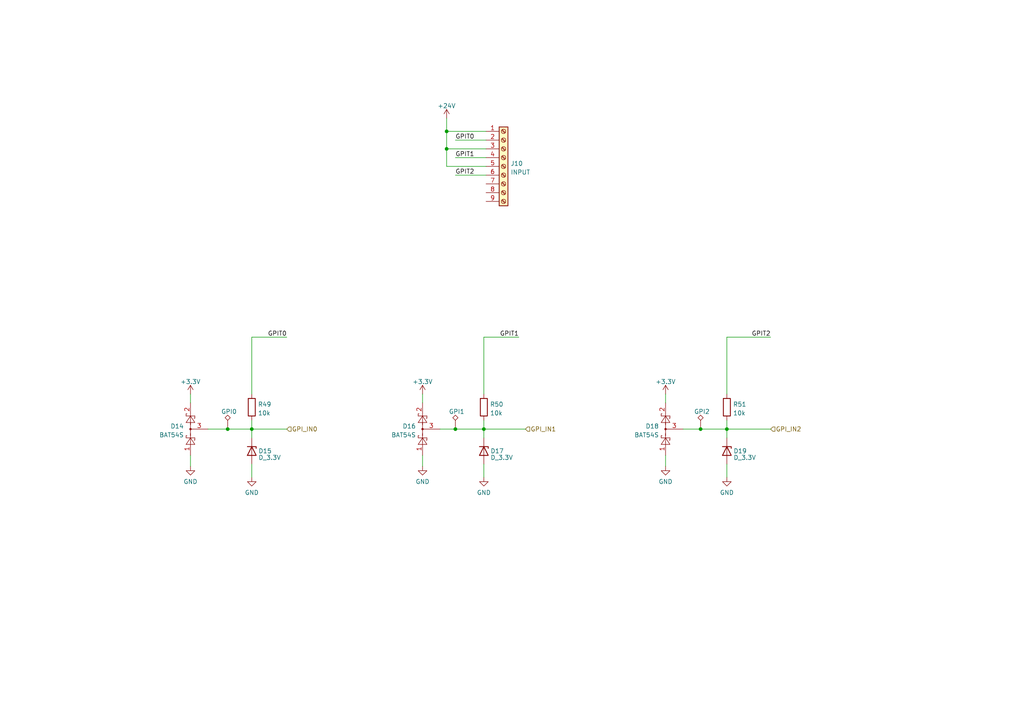
<source format=kicad_sch>
(kicad_sch (version 20211123) (generator eeschema)
  (paper "A4")
  (title_block (title "FloatPUMP Schematics") (date "2022-11-11") (rev "1.0") (company "robtor.de") (comment 1 "Controller board for up to 3 water pumps") (comment 2 "measuring capabilities with piezoresistive pressure sensors") (comment 3 "sensor input Range 4mA-20mA"))
  (lib_symbols
    (symbol "Connector:Screw_Terminal_01x09" (pin_names (offset 1.016) hide)
      (property "Reference" "J" (at 0 12.7 0))
      (property "Value" "Screw_Terminal_01x09" (at 0 -12.7 0))
      (symbol "Screw_Terminal_01x09_1_1"
        (rectangle (start -1.27 11.43) (end 1.27 -11.43) (stroke (width 0.254)) (fill (type background)))
        (circle (center 0 -10.16) (radius 0.635) (stroke (width 0.1524)))
        (circle (center 0 -7.62) (radius 0.635) (stroke (width 0.1524)))
        (circle (center 0 -5.08) (radius 0.635) (stroke (width 0.1524)))
        (circle (center 0 -2.54) (radius 0.635) (stroke (width 0.1524)))
        (polyline (pts (xy -0.5334 -9.8298) (xy 0.3302 -10.668)) (stroke (width 0.1524)))
        (polyline (pts (xy -0.5334 -7.2898) (xy 0.3302 -8.128)) (stroke (width 0.1524)))
        (polyline (pts (xy -0.5334 -4.7498) (xy 0.3302 -5.588)) (stroke (width 0.1524)))
        (polyline (pts (xy -0.5334 -2.2098) (xy 0.3302 -3.048)) (stroke (width 0.1524)))
        (polyline (pts (xy -0.5334 0.3302) (xy 0.3302 -0.508)) (stroke (width 0.1524)))
        (polyline (pts (xy -0.5334 2.8702) (xy 0.3302 2.032)) (stroke (width 0.1524)))
        (polyline (pts (xy -0.5334 5.4102) (xy 0.3302 4.572)) (stroke (width 0.1524)))
        (polyline (pts (xy -0.5334 7.9502) (xy 0.3302 7.112)) (stroke (width 0.1524)))
        (polyline (pts (xy -0.5334 10.4902) (xy 0.3302 9.652)) (stroke (width 0.1524)))
        (polyline (pts (xy -0.3556 -9.652) (xy 0.508 -10.4902)) (stroke (width 0.1524)))
        (polyline (pts (xy -0.3556 -7.112) (xy 0.508 -7.9502)) (stroke (width 0.1524)))
        (polyline (pts (xy -0.3556 -4.572) (xy 0.508 -5.4102)) (stroke (width 0.1524)))
        (polyline (pts (xy -0.3556 -2.032) (xy 0.508 -2.8702)) (stroke (width 0.1524)))
        (polyline (pts (xy -0.3556 0.508) (xy 0.508 -0.3302)) (stroke (width 0.1524)))
        (polyline (pts (xy -0.3556 3.048) (xy 0.508 2.2098)) (stroke (width 0.1524)))
        (polyline (pts (xy -0.3556 5.588) (xy 0.508 4.7498)) (stroke (width 0.1524)))
        (polyline (pts (xy -0.3556 8.128) (xy 0.508 7.2898)) (stroke (width 0.1524)))
        (polyline (pts (xy -0.3556 10.668) (xy 0.508 9.8298)) (stroke (width 0.1524)))
        (circle (center 0 0) (radius 0.635) (stroke (width 0.1524)))
        (circle (center 0 2.54) (radius 0.635) (stroke (width 0.1524)))
        (circle (center 0 5.08) (radius 0.635) (stroke (width 0.1524)))
        (circle (center 0 7.62) (radius 0.635) (stroke (width 0.1524)))
        (circle (center 0 10.16) (radius 0.635) (stroke (width 0.1524)))
        (pin passive line (at -5.08 10.16 0) (length 3.81) (name "Pin_1") (number "1"))
        (pin passive line (at -5.08 7.62 0) (length 3.81) (name "Pin_2") (number "2"))
        (pin passive line (at -5.08 5.08 0) (length 3.81) (name "Pin_3") (number "3"))
        (pin passive line (at -5.08 2.54 0) (length 3.81) (name "Pin_4") (number "4"))
        (pin passive line (at -5.08 0 0) (length 3.81) (name "Pin_5") (number "5"))
        (pin passive line (at -5.08 -2.54 0) (length 3.81) (name "Pin_6") (number "6"))
        (pin passive line (at -5.08 -5.08 0) (length 3.81) (name "Pin_7") (number "7"))
        (pin passive line (at -5.08 -7.62 0) (length 3.81) (name "Pin_8") (number "8"))
        (pin passive line (at -5.08 -10.16 0) (length 3.81) (name "Pin_9") (number "9"))
      )
    )
    (symbol "Connector:TestPoint_Alt" (pin_numbers hide) (pin_names (offset 0.762) hide)
      (property "Reference" "TP" (at 0 6.858 0))
      (property "Value" "TestPoint_Alt" (at 0 5.08 0))
      (symbol "TestPoint_Alt_0_1"
        (polyline (pts (xy 0 2.54) (xy -0.762 3.302) (xy 0 4.064) (xy 0.762 3.302) (xy 0 2.54)))
      )
      (symbol "TestPoint_Alt_1_1"
        (pin passive line (at 0 0 90) (length 2.54) (name "1") (number "1"))
      )
    )
    (symbol "D_Zener_1" (pin_numbers hide) (pin_names (offset 1.016) hide)
      (property "Reference" "D?" (at 2.032 0.8347 90))
      (property "Value" "D_Zener_1" (at 2.032 -1.7022 90))
      (symbol "D_Zener_1_0_1"
        (polyline (pts (xy 1.27 0) (xy -1.27 0)))
        (polyline (pts (xy -1.27 -1.27) (xy -1.27 1.27) (xy -0.762 1.27)) (stroke (width 0.254)))
        (polyline (pts (xy 1.27 -1.27) (xy 1.27 1.27) (xy -1.27 0) (xy 1.27 -1.27)) (stroke (width 0.254)))
      )
      (symbol "D_Zener_1_1_1"
        (pin passive line (at 3.81 0 180) (length 2.54) (name "A") (number "1"))
        (pin passive line (at -3.81 0 0) (length 2.54) (name "K") (number "3"))
      )
    )
    (symbol "Device:R" (pin_numbers hide) (pin_names (offset 0))
      (property "Reference" "R" (at 2.032 0 90))
      (property "Value" "R" (at 0 0 90))
      (symbol "R_0_1"
        (rectangle (start -1.016 -2.54) (end 1.016 2.54) (stroke (width 0.254)))
      )
      (symbol "R_1_1"
        (pin passive line (at 0 3.81 270) (length 1.27) (name "~") (number "1"))
        (pin passive line (at 0 -3.81 90) (length 1.27) (name "~") (number "2"))
      )
    )
    (symbol "Diode:BAT54S" (pin_names (offset 1.016))
      (property "Reference" "D" (at 0.635 -3.81 0))
      (property "Value" "BAT54S" (at -6.35 3.175 0))
      (symbol "BAT54S_0_1"
        (polyline (pts (xy -3.81 0) (xy -1.27 0)))
        (polyline (pts (xy -3.175 -1.27) (xy -3.175 -1.016)))
        (polyline (pts (xy -2.54 -1.27) (xy -3.175 -1.27)))
        (polyline (pts (xy -2.54 -1.27) (xy -2.54 1.27)))
        (polyline (pts (xy -2.54 1.27) (xy -1.905 1.27)))
        (polyline (pts (xy -1.905 0) (xy 1.905 0)))
        (polyline (pts (xy -1.905 1.27) (xy -1.905 1.016)))
        (polyline (pts (xy 1.27 0) (xy 3.81 0)))
        (polyline (pts (xy 3.175 -1.27) (xy 3.175 -1.016)))
        (polyline (pts (xy 3.81 -1.27) (xy 3.175 -1.27)))
        (polyline (pts (xy 3.81 -1.27) (xy 3.81 1.27)))
        (polyline (pts (xy 3.81 1.27) (xy 4.445 1.27)))
        (polyline (pts (xy 4.445 1.27) (xy 4.445 1.016)))
        (polyline (pts (xy -4.445 1.27) (xy -4.445 -1.27) (xy -2.54 0) (xy -4.445 1.27)))
        (polyline (pts (xy 1.905 1.27) (xy 1.905 -1.27) (xy 3.81 0) (xy 1.905 1.27)))
        (circle (center 0 0) (radius 0.254) (fill (type outline)))
      )
      (symbol "BAT54S_1_1"
        (pin passive line (at -7.62 0 0) (length 3.81) (name "~") (number "1"))
        (pin passive line (at 7.62 0 180) (length 3.81) (name "~") (number "2"))
        (pin passive line (at 0 -5.08 90) (length 5.08) (name "~") (number "3"))
      )
    )
    (symbol "power:+24V" (power) (pin_names (offset 0))
      (property "Value" "+24V" (at 0 3.556 0))
      (symbol "+24V_0_1"
        (polyline (pts (xy -0.762 1.27) (xy 0 2.54)))
        (polyline (pts (xy 0 0) (xy 0 2.54)))
        (polyline (pts (xy 0 2.54) (xy 0.762 1.27)))
      )
      (symbol "+24V_1_1"
        (pin power_in line (at 0 0 90) (length 0) hide (name "+24V") (number "1"))
      )
    )
    (symbol "power:+3.3V" (power) (pin_names (offset 0))
      (property "Value" "+3.3V" (at 0 3.556 0))
      (symbol "+3.3V_0_1"
        (polyline (pts (xy -0.762 1.27) (xy 0 2.54)))
        (polyline (pts (xy 0 0) (xy 0 2.54)))
        (polyline (pts (xy 0 2.54) (xy 0.762 1.27)))
      )
      (symbol "+3.3V_1_1"
        (pin power_in line (at 0 0 90) (length 0) hide (name "+3.3V") (number "1"))
      )
    )
    (symbol "power:GND" (power) (pin_names (offset 0))
      (property "Value" "GND" (at 0 -3.81 0))
      (symbol "GND_0_1"
        (polyline (pts (xy 0 0) (xy 0 -1.27) (xy 1.27 -1.27) (xy 0 -2.54) (xy -1.27 -1.27) (xy 0 -1.27)))
      )
      (symbol "GND_1_1"
        (pin power_in line (at 0 0 270) (length 0) hide (name "GND") (number "1"))
      )
    )
  )
  (junction (at 203.2 124.46))
  (junction (at 66.04 124.46))
  (junction (at 73.025 124.46))
  (junction (at 129.54 38.1))
  (junction (at 132.08 124.46))
  (junction (at 210.82 124.46))
  (junction (at 129.54 43.18))
  (junction (at 140.335 124.46))
  (wire (pts (xy 140.97 48.26) (xy 129.54 48.26)))
  (wire (pts (xy 140.335 134.62) (xy 140.335 138.43)))
  (wire (pts (xy 210.82 114.3) (xy 210.82 97.79)))
  (wire (pts (xy 66.04 124.46) (xy 73.025 124.46)))
  (wire (pts (xy 129.54 38.1) (xy 129.54 43.18)))
  (wire (pts (xy 198.12 124.46) (xy 203.2 124.46)))
  (wire (pts (xy 132.08 50.8) (xy 140.97 50.8)))
  (wire (pts (xy 73.025 121.92) (xy 73.025 124.46)))
  (wire (pts (xy 140.335 121.92) (xy 140.335 124.46)))
  (wire (pts (xy 73.025 124.46) (xy 73.025 127)))
  (wire (pts (xy 122.555 114.3) (xy 122.555 116.84)))
  (wire (pts (xy 73.025 124.46) (xy 83.185 124.46)))
  (wire (pts (xy 73.025 114.3) (xy 73.025 97.79)))
  (wire (pts (xy 210.82 124.46) (xy 210.82 127)))
  (wire (pts (xy 129.54 43.18) (xy 140.97 43.18)))
  (wire (pts (xy 129.54 43.18) (xy 129.54 48.26)))
  (wire (pts (xy 210.82 124.46) (xy 223.52 124.46)))
  (wire (pts (xy 132.08 40.64) (xy 140.97 40.64)))
  (wire (pts (xy 55.245 114.3) (xy 55.245 116.84)))
  (wire (pts (xy 55.245 132.08) (xy 55.245 135.255)))
  (wire (pts (xy 210.82 121.92) (xy 210.82 124.46)))
  (wire (pts (xy 127.635 124.46) (xy 132.08 124.46)))
  (wire (pts (xy 140.97 38.1) (xy 129.54 38.1)))
  (wire (pts (xy 73.025 134.62) (xy 73.025 138.43)))
  (wire (pts (xy 60.325 124.46) (xy 66.04 124.46)))
  (wire (pts (xy 73.025 97.79) (xy 83.185 97.79)))
  (wire (pts (xy 210.82 97.79) (xy 223.52 97.79)))
  (wire (pts (xy 140.335 97.79) (xy 150.495 97.79)))
  (wire (pts (xy 129.54 34.29) (xy 129.54 38.1)))
  (wire (pts (xy 193.04 114.3) (xy 193.04 116.84)))
  (wire (pts (xy 203.2 124.46) (xy 210.82 124.46)))
  (wire (pts (xy 140.335 97.79) (xy 140.335 114.3)))
  (wire (pts (xy 132.08 45.72) (xy 140.97 45.72)))
  (wire (pts (xy 122.555 132.08) (xy 122.555 135.255)))
  (wire (pts (xy 140.335 124.46) (xy 152.4 124.46)))
  (wire (pts (xy 140.335 124.46) (xy 140.335 127)))
  (wire (pts (xy 132.08 124.46) (xy 140.335 124.46)))
  (wire (pts (xy 193.04 132.08) (xy 193.04 135.255)))
  (wire (pts (xy 210.82 134.62) (xy 210.82 138.43)))
  (label "GPIT1" (at 150.495 97.79 180))
  (label "GPIT1" (at 132.08 45.72 0))
  (label "GPIT0" (at 83.185 97.79 180))
  (label "GPIT0" (at 132.08 40.64 0))
  (label "GPIT2" (at 132.08 50.8 0))
  (label "GPIT2" (at 223.52 97.79 180))
  (hierarchical_label "GPI_IN0" (shape input) (at 83.185 124.46 0))
  (hierarchical_label "GPI_IN2" (shape input) (at 223.52 124.46 0))
  (hierarchical_label "GPI_IN1" (shape input) (at 152.4 124.46 0))
  (symbol (lib_id "power:+24V") (at 129.54 34.29 0) (unit 1)
    (property "Reference" "#PWR075" (effects hide))
    (property "Value" "+24V" (at 129.54 30.7142 0))
  )
  (symbol (lib_id "power:GND") (at 73.025 138.43 0) (unit 1)
    (property "Reference" "#PWR072" (effects hide))
    (property "Value" "GND" (at 73.025 142.8734 0))
  )
  (symbol (lib_name "D_Zener_1") (lib_id "Device:D_Zener") (at 210.82 130.81 270) (unit 1)
    (property "Reference" "D19" (at 212.725 130.81 90) (effects (justify left)))
    (property "Value" "D_3.3V" (at 212.725 132.715 90) (effects (justify left)))
    (property "Footprint" "Package_TO_SOT_SMD:SOT-23" (effects hide))
    (property "Datasheet" "https://datasheet.lcsc.com/lcsc/1809191825_LRC-LBZX84C3V3LT1G_C12745.pdf" (effects hide))
  )
  (symbol (lib_name "D_Zener_1") (lib_id "Device:D_Zener") (at 73.025 130.81 270) (unit 1)
    (property "Reference" "D15" (at 74.93 130.81 90) (effects (justify left)))
    (property "Value" "D_3.3V" (at 74.93 132.715 90) (effects (justify left)))
    (property "Footprint" "Package_TO_SOT_SMD:SOT-23" (effects hide))
    (property "Datasheet" "https://datasheet.lcsc.com/lcsc/1809191825_LRC-LBZX84C3V3LT1G_C12745.pdf" (effects hide))
  )
  (symbol (lib_id "Connector:TestPoint_Alt") (at 203.2 124.46 0) (unit 1)
    (property "Reference" "TP21" (effects hide))
    (property "Value" "GPI2" (at 201.295 119.38 0) (effects (justify left)))
    (property "Footprint" "TestPoint:TestPoint_Pad_D1.0mm" (effects hide))
  )
  (symbol (lib_id "Device:R") (at 210.82 118.11 0) (unit 1)
    (property "Reference" "R51" (at 212.598 117.2753 0) (effects (justify left)))
    (property "Value" "10k" (at 212.598 119.8122 0) (effects (justify left)))
    (property "Footprint" "Resistor_SMD:R_0603_1608Metric" (effects hide))
    (property "JLCPCB" "C238881" (effects hide))
  )
  (symbol (lib_id "Diode:BAT54S") (at 193.04 124.46 90) (unit 1)
    (property "Reference" "D18" (at 191.135 123.6253 90) (effects (justify left)))
    (property "Value" "BAT54S" (at 191.135 126.1622 90) (effects (justify left)))
    (property "Footprint" "Package_TO_SOT_SMD:SOT-23" (effects hide))
    (property "Datasheet" "https://www.diodes.com/assets/Datasheets/ds11005.pdf" (effects hide))
    (property "JLCPCB" "C2762214" (effects hide))
  )
  (symbol (lib_id "Connector:TestPoint_Alt") (at 132.08 124.46 0) (unit 1)
    (property "Reference" "TP20" (effects hide))
    (property "Value" "GPI1" (at 130.175 119.38 0) (effects (justify left)))
    (property "Footprint" "TestPoint:TestPoint_Pad_D1.0mm" (effects hide))
  )
  (symbol (lib_id "Device:R") (at 73.025 118.11 0) (unit 1)
    (property "Reference" "R49" (at 74.803 117.2753 0) (effects (justify left)))
    (property "Value" "10k" (at 74.803 119.8122 0) (effects (justify left)))
    (property "Footprint" "Resistor_SMD:R_0603_1608Metric" (effects hide))
    (property "JLCPCB" "C238881" (effects hide))
  )
  (symbol (lib_id "power:GND") (at 55.245 135.255 0) (unit 1)
    (property "Reference" "#PWR071" (effects hide))
    (property "Value" "GND" (at 55.245 139.6984 0))
  )
  (symbol (lib_id "power:GND") (at 122.555 135.255 0) (unit 1)
    (property "Reference" "#PWR074" (effects hide))
    (property "Value" "GND" (at 122.555 139.6984 0))
  )
  (symbol (lib_id "power:GND") (at 193.04 135.255 0) (unit 1)
    (property "Reference" "#PWR078" (effects hide))
    (property "Value" "GND" (at 193.04 139.6984 0))
  )
  (symbol (lib_id "power:GND") (at 210.82 138.43 0) (unit 1)
    (property "Reference" "#PWR079" (effects hide))
    (property "Value" "GND" (at 210.82 142.8734 0))
  )
  (symbol (lib_id "Diode:BAT54S") (at 122.555 124.46 90) (unit 1)
    (property "Reference" "D16" (at 120.65 123.6253 90) (effects (justify left)))
    (property "Value" "BAT54S" (at 120.65 126.1622 90) (effects (justify left)))
    (property "Footprint" "Package_TO_SOT_SMD:SOT-23" (effects hide))
    (property "Datasheet" "https://www.diodes.com/assets/Datasheets/ds11005.pdf" (effects hide))
    (property "JLCPCB" "C2762214" (effects hide))
  )
  (symbol (lib_id "power:+3.3V") (at 193.04 114.3 0) (unit 1)
    (property "Reference" "#PWR077" (effects hide))
    (property "Value" "+3.3V" (at 193.04 110.7242 0))
  )
  (symbol (lib_name "D_Zener_1") (lib_id "Device:D_Zener") (at 140.335 130.81 270) (unit 1)
    (property "Reference" "D17" (at 142.24 130.81 90) (effects (justify left)))
    (property "Value" "D_3.3V" (at 142.24 132.715 90) (effects (justify left)))
    (property "Footprint" "Package_TO_SOT_SMD:SOT-23" (effects hide))
    (property "Datasheet" "https://datasheet.lcsc.com/lcsc/1809191825_LRC-LBZX84C3V3LT1G_C12745.pdf" (effects hide))
  )
  (symbol (lib_id "Connector:TestPoint_Alt") (at 66.04 124.46 0) (unit 1)
    (property "Reference" "TP19" (effects hide))
    (property "Value" "GPI0" (at 64.135 119.38 0) (effects (justify left)))
    (property "Footprint" "TestPoint:TestPoint_Pad_D1.0mm" (effects hide))
  )
  (symbol (lib_id "power:+3.3V") (at 55.245 114.3 0) (unit 1)
    (property "Reference" "#PWR070" (effects hide))
    (property "Value" "+3.3V" (at 55.245 110.7242 0))
  )
  (symbol (lib_id "Connector:Screw_Terminal_01x09") (at 146.05 48.26 0) (unit 1)
    (property "Reference" "J10" (at 148.082 47.4253 0) (effects (justify left)))
    (property "Value" "INPUT" (at 148.082 49.9622 0) (effects (justify left)))
    (property "Footprint" "TerminalBlock_Phoenix:TerminalBlock_Phoenix_MKDS-3-9-5.08_1x09_P5.08mm_Horizontal" (effects hide))
  )
  (symbol (lib_id "Diode:BAT54S") (at 55.245 124.46 90) (unit 1)
    (property "Reference" "D14" (at 53.34 123.6253 90) (effects (justify left)))
    (property "Value" "BAT54S" (at 53.34 126.1622 90) (effects (justify left)))
    (property "Footprint" "Package_TO_SOT_SMD:SOT-23" (effects hide))
    (property "Datasheet" "https://www.diodes.com/assets/Datasheets/ds11005.pdf" (effects hide))
    (property "JLCPCB" "C2762214" (effects hide))
  )
  (symbol (lib_id "power:+3.3V") (at 122.555 114.3 0) (unit 1)
    (property "Reference" "#PWR073" (effects hide))
    (property "Value" "+3.3V" (at 122.555 110.7242 0))
  )
  (symbol (lib_id "Device:R") (at 140.335 118.11 0) (unit 1)
    (property "Reference" "R50" (at 142.113 117.2753 0) (effects (justify left)))
    (property "Value" "10k" (at 142.113 119.8122 0) (effects (justify left)))
    (property "Footprint" "Resistor_SMD:R_0603_1608Metric" (effects hide))
    (property "JLCPCB" "C238881" (effects hide))
  )
  (symbol (lib_id "power:GND") (at 140.335 138.43 0) (unit 1)
    (property "Reference" "#PWR076" (effects hide))
    (property "Value" "GND" (at 140.335 142.8734 0))
  )
)
</source>
